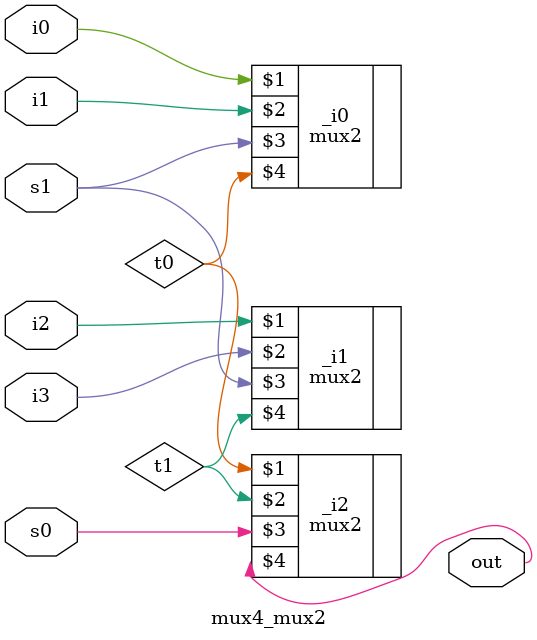
<source format=v>
module mux4_mux2(out,i0,i1,i2,i3,s1,s0);
input i0,i1,i2,i3,s1,s0;
output out;
wire t1,t0;
mux2 _i0 (i0, i1, s1, t0);
mux2 _i1 (i2, i3, s1, t1);
mux2 _i2 (t0, t1, s0, out);
endmodule

</source>
